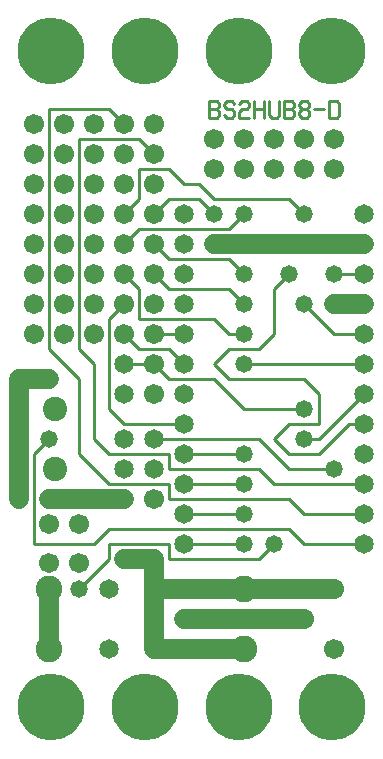
<source format=gtl>
%MOIN*%
%FSLAX25Y25*%
G04 D10 used for Character Trace; *
G04     Circle (OD=.01000) (No hole)*
G04 D11 used for Power Trace; *
G04     Circle (OD=.06700) (No hole)*
G04 D12 used for Signal Trace; *
G04     Circle (OD=.01100) (No hole)*
G04 D13 used for Via; *
G04     Circle (OD=.05800) (Round. Hole ID=.02800)*
G04 D14 used for Component hole; *
G04     Circle (OD=.06500) (Round. Hole ID=.03500)*
G04 D15 used for Component hole; *
G04     Circle (OD=.06700) (Round. Hole ID=.04300)*
G04 D16 used for Component hole; *
G04     Circle (OD=.08100) (Round. Hole ID=.05100)*
G04 D17 used for Component hole; *
G04     Circle (OD=.08900) (Round. Hole ID=.05900)*
G04 D18 used for Component hole; *
G04     Circle (OD=.11300) (Round. Hole ID=.08300)*
G04 D19 used for Component hole; *
G04     Circle (OD=.16000) (Round. Hole ID=.13000)*
G04 D20 used for Component hole; *
G04     Circle (OD=.18300) (Round. Hole ID=.15300)*
G04 D21 used for Component hole; *
G04     Circle (OD=.22291) (Round. Hole ID=.19291)*
%ADD10C,.01000*%
%ADD11C,.06700*%
%ADD12C,.01100*%
%ADD13C,.05800*%
%ADD14C,.06500*%
%ADD15C,.06700*%
%ADD16C,.08100*%
%ADD17C,.08900*%
%ADD18C,.11300*%
%ADD19C,.16000*%
%ADD20C,.18300*%
%ADD21C,.22291*%
%IPPOS*%
%LPD*%
G90*X0Y0D02*D21*X15625Y15625D03*D14*              
X35000Y35000D03*D17*X15000D03*D11*Y55000D01*D17*  
D03*D15*X25000Y63700D03*D13*Y55000D03*D12*        
X35000Y65000D01*Y70000D01*X55000D01*Y65000D01*    
X85000D01*X90000Y70000D01*D13*D03*D12*X100000D02* 
X95000Y75000D01*X100000Y70000D02*X120000D01*D14*  
D03*Y80000D03*D12*X100000D01*X95000Y85000D01*     
X55000D01*Y90000D01*X35000D01*X25000Y100000D01*   
Y125000D01*X15000Y135000D01*Y215000D01*X35000D01* 
X40000Y210000D01*D15*D03*D12*X50000Y200000D02*    
X45000Y205000D01*D15*X50000Y200000D03*D12*        
X60000Y190000D02*X55000Y195000D01*                
X60000Y190000D02*X65000D01*X70000Y185000D01*      
X95000D01*X100000Y180000D01*D13*D03*              
X110000Y170000D03*D11*X70000D01*D13*D03*D12*      
X80000Y160000D02*X75000Y165000D01*D13*            
X80000Y160000D03*D12*X55000Y165000D02*X75000D01*  
X55000D02*X50000Y170000D01*D15*D03*D12*X40000D02* 
X45000Y175000D01*D15*X40000Y170000D03*D12*        
X45000Y175000D02*X75000D01*X80000Y180000D01*D13*  
D03*X70000D03*D12*X65000Y185000D01*X55000D01*     
X50000Y180000D01*D15*D03*D12*X40000D02*           
X45000Y185000D01*D15*X40000Y180000D03*D12*        
X45000Y185000D02*Y195000D01*X55000D01*D15*        
X50000Y190000D03*D12*X25000Y205000D02*X45000D01*  
X25000Y135000D02*Y205000D01*X30000Y130000D02*     
X25000Y135000D01*X30000Y105000D02*Y130000D01*     
X35000Y100000D02*X30000Y105000D01*                
X35000Y100000D02*X55000D01*Y95000D01*X85000D01*   
X90000Y90000D01*X120000D01*D14*D03*D13*           
X110000Y95000D03*D12*X95000D01*X85000Y105000D01*  
X50000D01*D14*D03*X40000Y95000D03*                
X60000Y100000D03*D12*X80000D01*D13*D03*Y90000D03* 
D12*X60000D01*D14*D03*X50000Y95000D03*            
X60000Y80000D03*D12*X80000D01*D13*D03*Y70000D03*  
D12*X60000D01*D14*D03*D11*X50000Y55000D02*        
Y65000D01*Y45000D02*Y55000D01*D15*Y45000D03*D11*  
Y35000D01*X80000D01*D17*D03*D13*X60000Y45000D03*  
D11*X100000D01*D15*D03*X110000Y35000D03*Y55000D03*
D11*X80000D01*D17*D03*D11*X50000D01*D14*          
X40000Y65000D03*D11*X50000D01*D12*X30000Y70000D02*
X35000Y75000D01*X10000Y70000D02*X30000D01*        
X10000D02*Y100000D01*X15000Y105000D01*D13*D03*D16*
X17000Y115000D03*Y95000D03*D13*X5000Y85000D03*D11*
Y125000D01*X15000D01*D13*D03*D15*X30000Y140000D03*
X20000D03*X10000D03*D12*X35000Y115000D02*         
Y145000D01*X40000Y110000D02*X35000Y115000D01*     
X40000Y110000D02*X60000D01*D14*D03*D15*           
X50000Y120000D03*D14*X60000D03*D12*               
X75000Y125000D02*X100000D01*X105000Y120000D01*    
Y110000D01*X95000D01*X90000Y105000D01*            
X95000Y100000D01*X105000D01*X115000Y110000D01*    
X120000D01*D14*D03*Y120000D03*D12*                
X105000Y105000D01*X100000D01*D13*D03*Y115000D03*  
D12*X80000D01*X70000Y125000D01*X55000D01*         
X50000Y130000D01*D15*D03*D12*X40000D01*D14*D03*   
D12*X45000Y135000D02*X55000D01*X60000Y130000D01*  
D14*D03*D15*X50000Y140000D03*D12*X60000D01*D14*   
D03*D12*X75000Y125000D02*X70000Y130000D01*D13*    
X80000D03*D12*X120000D01*D14*D03*D12*             
X110000Y140000D02*X120000D01*D14*D03*D13*         
X110000Y150000D03*D11*X120000D01*D14*D03*D13*     
X110000Y160000D03*D12*X120000D01*D14*D03*D11*     
X110000Y170000D02*X120000D01*D14*D03*Y180000D03*  
D13*X100000Y150000D03*D12*X110000Y140000D01*      
X90000D02*Y155000D01*X85000Y135000D02*            
X90000Y140000D01*X75000Y135000D02*X85000D01*      
X70000Y130000D02*X75000Y135000D01*D13*            
X80000Y140000D03*D12*X75000D01*X70000Y145000D01*  
X45000D01*Y155000D01*X40000Y160000D01*D15*D03*    
X50000Y150000D03*X30000Y170000D03*Y150000D03*     
X50000Y160000D03*D12*X55000Y155000D01*X75000D01*  
X80000Y150000D01*D13*D03*D12*X90000Y155000D02*    
X95000Y160000D01*D13*D03*D14*X60000Y180000D03*D15*
X110000Y195000D03*D14*X60000Y170000D03*D15*       
X100000Y195000D03*D14*X60000Y160000D03*D15*       
X90000Y195000D03*D14*X60000Y150000D03*D15*        
X80000Y195000D03*X70000D03*X110000Y205000D03*     
X100000D03*X90000D03*X80000D03*X70000D03*D12*     
X45000Y135000D02*X40000Y140000D01*D15*D03*D12*    
X35000Y145000D02*X40000Y150000D01*D15*D03*        
X30000Y160000D03*X20000Y170000D03*Y160000D03*     
Y150000D03*X10000Y180000D03*Y170000D03*Y160000D03*
Y150000D03*D14*X40000Y120000D03*D15*              
X30000Y180000D03*X20000D03*X40000Y190000D03*      
X30000D03*X20000D03*X10000D03*D14*                
X40000Y105000D03*D15*Y200000D03*X30000D03*        
X20000D03*X10000D03*X50000Y210000D03*X30000D03*   
X20000D03*X10000D03*D10*X68326Y212129D02*         
Y217871D01*X70837D01*X71674Y216914D01*Y215957D01* 
X70837Y215000D01*X71674Y214043D01*Y213086D01*     
X70837Y212129D01*X68326D01*Y215000D02*X70837D01*  
X76674Y216914D02*X75837Y217871D01*X74163D01*      
X73326Y216914D01*Y215957D01*X74163Y215000D01*     
X75837D01*X76674Y214043D01*Y213086D01*            
X75837Y212129D01*X74163D01*X73326Y213086D01*      
X78326Y216914D02*X79163Y217871D01*X80837D01*      
X81674Y216914D01*Y215957D01*X80837Y215000D01*     
X79163D01*X78326Y214043D01*Y212129D01*X81674D01*  
X83326D02*Y217871D01*X86674Y212129D02*Y217871D01* 
X83326Y215000D02*X86674D01*X91674Y217871D02*      
Y213086D01*X90837Y212129D01*X89163D01*            
X88326Y213086D01*Y217871D01*X93326Y212129D02*     
Y217871D01*X95837D01*X96674Y216914D01*Y215957D01* 
X95837Y215000D01*X96674Y214043D01*Y213086D01*     
X95837Y212129D01*X93326D01*Y215000D02*X95837D01*  
X99163D02*X98326Y215957D01*Y216914D01*            
X99163Y217871D01*X100837D01*X101674Y216914D01*    
Y215957D01*X100837Y215000D01*X99163D01*           
X98326Y214043D01*Y213086D01*X99163Y212129D01*     
X100837D01*X101674Y213086D01*Y214043D01*          
X100837Y215000D01*X103326D02*X106674D01*          
X108326Y212129D02*Y217871D01*X110837D01*          
X111674Y216914D01*Y213086D01*X110837Y212129D01*   
X108326D01*D13*X15000Y85000D03*D11*X40000D01*D14* 
D03*D12*X35000Y75000D02*X95000D01*D14*            
X120000Y100000D03*D15*X50000Y85000D03*D21*        
X46875Y15625D03*X78125D03*X109375D03*D14*         
X35000Y55000D03*D15*X25000Y76700D03*X15000D03*    
Y63700D03*D21*X109375Y234375D03*X78125D03*        
X46875D03*X15625D03*M02*                          

</source>
